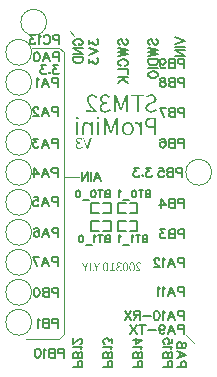
<source format=gbo>
G04 Layer: BottomSilkLayer*
G04 EasyEDA v6.3.22, 2020-03-24T16:05:03+09:00*
G04 334177c2c5fb4733a61f24cf9fce308a,67344a67363949849f01d11c0c7cf016,10*
G04 Gerber Generator version 0.2*
G04 Scale: 100 percent, Rotated: No, Reflected: No *
G04 Dimensions in inches *
G04 leading zeros omitted , absolute positions ,2 integer and 4 decimal *
%FSLAX24Y24*%
%MOIN*%
G90*
G70D02*

%ADD12C,0.006000*%
%ADD37C,0.005000*%
%ADD38C,0.004000*%

%LPD*%
G54D38*
G01X950Y11650D02*
G01X1850Y11650D01*
G01X2000Y11500D01*
G01X2000Y2100D01*
G01X1850Y1950D01*
G01X750Y1950D01*
G01X2000Y7350D02*
G01X2500Y7350D01*
G01X2350Y12050D02*
G01X2200Y12200D01*
G01X6089Y2069D02*
G01X6350Y1800D01*
G54D12*
G01X3176Y6130D02*
G01X2926Y6130D01*
G01X2926Y6469D01*
G01X3136Y6469D01*
G01X3176Y6469D01*
G01X3326Y6469D02*
G01X3567Y6469D01*
G01X3567Y6130D01*
G01X3357Y6130D01*
G01X3326Y6130D01*
G01X4061Y5530D02*
G01X3811Y5530D01*
G01X3811Y5869D01*
G01X4021Y5869D01*
G01X4061Y5869D01*
G01X4211Y5869D02*
G01X4451Y5869D01*
G01X4451Y5530D01*
G01X4241Y5530D01*
G01X4211Y5530D01*
G01X3176Y5530D02*
G01X2926Y5530D01*
G01X2926Y5869D01*
G01X3136Y5869D01*
G01X3176Y5869D01*
G01X3326Y5869D02*
G01X3567Y5869D01*
G01X3567Y5530D01*
G01X3357Y5530D01*
G01X3326Y5530D01*
G01X4061Y6130D02*
G01X3811Y6130D01*
G01X3811Y6469D01*
G01X4021Y6469D01*
G01X4061Y6469D01*
G01X4211Y6469D02*
G01X4451Y6469D01*
G01X4451Y6130D01*
G01X4241Y6130D01*
G01X4211Y6130D01*
G54D37*
G01X1850Y12074D02*
G01X1850Y11769D01*
G01X1850Y12074D02*
G01X1719Y12074D01*
G01X1675Y12059D01*
G01X1660Y12045D01*
G01X1646Y12016D01*
G01X1646Y11972D01*
G01X1660Y11943D01*
G01X1675Y11929D01*
G01X1719Y11914D01*
G01X1850Y11914D01*
G01X1332Y12001D02*
G01X1346Y12030D01*
G01X1375Y12059D01*
G01X1404Y12074D01*
G01X1463Y12074D01*
G01X1492Y12059D01*
G01X1521Y12030D01*
G01X1535Y12001D01*
G01X1550Y11958D01*
G01X1550Y11885D01*
G01X1535Y11841D01*
G01X1521Y11812D01*
G01X1492Y11783D01*
G01X1463Y11769D01*
G01X1404Y11769D01*
G01X1375Y11783D01*
G01X1346Y11812D01*
G01X1332Y11841D01*
G01X1236Y12016D02*
G01X1207Y12030D01*
G01X1163Y12074D01*
G01X1163Y11769D01*
G01X1038Y12074D02*
G01X878Y12074D01*
G01X965Y11958D01*
G01X922Y11958D01*
G01X892Y11943D01*
G01X878Y11929D01*
G01X863Y11885D01*
G01X863Y11856D01*
G01X878Y11812D01*
G01X907Y11783D01*
G01X951Y11769D01*
G01X994Y11769D01*
G01X1038Y11783D01*
G01X1052Y11798D01*
G01X1067Y11827D01*
G01X2398Y11731D02*
G01X2369Y11746D01*
G01X2340Y11775D01*
G01X2325Y11804D01*
G01X2325Y11862D01*
G01X2340Y11891D01*
G01X2369Y11920D01*
G01X2398Y11935D01*
G01X2441Y11950D01*
G01X2514Y11950D01*
G01X2558Y11935D01*
G01X2587Y11920D01*
G01X2616Y11891D01*
G01X2630Y11862D01*
G01X2630Y11804D01*
G01X2616Y11775D01*
G01X2587Y11746D01*
G01X2558Y11731D01*
G01X2514Y11731D01*
G01X2514Y11804D02*
G01X2514Y11731D01*
G01X2325Y11635D02*
G01X2630Y11635D01*
G01X2325Y11635D02*
G01X2630Y11432D01*
G01X2325Y11432D02*
G01X2630Y11432D01*
G01X2325Y11336D02*
G01X2630Y11336D01*
G01X2325Y11336D02*
G01X2325Y11234D01*
G01X2340Y11190D01*
G01X2369Y11161D01*
G01X2398Y11147D01*
G01X2441Y11132D01*
G01X2514Y11132D01*
G01X2558Y11147D01*
G01X2587Y11161D01*
G01X2616Y11190D01*
G01X2630Y11234D01*
G01X2630Y11336D01*
G01X2850Y11920D02*
G01X2850Y11760D01*
G01X2966Y11848D01*
G01X2966Y11804D01*
G01X2980Y11775D01*
G01X2995Y11760D01*
G01X3039Y11746D01*
G01X3068Y11746D01*
G01X3111Y11760D01*
G01X3140Y11790D01*
G01X3155Y11833D01*
G01X3155Y11877D01*
G01X3140Y11920D01*
G01X3126Y11935D01*
G01X3097Y11950D01*
G01X2850Y11650D02*
G01X3155Y11534D01*
G01X2850Y11417D02*
G01X3155Y11534D01*
G01X2850Y11292D02*
G01X2850Y11132D01*
G01X2966Y11219D01*
G01X2966Y11176D01*
G01X2980Y11147D01*
G01X2995Y11132D01*
G01X3039Y11117D01*
G01X3068Y11117D01*
G01X3111Y11132D01*
G01X3140Y11161D01*
G01X3155Y11205D01*
G01X3155Y11248D01*
G01X3140Y11292D01*
G01X3126Y11307D01*
G01X3097Y11321D01*
G01X3869Y11746D02*
G01X3839Y11775D01*
G01X3825Y11819D01*
G01X3825Y11877D01*
G01X3839Y11920D01*
G01X3869Y11950D01*
G01X3898Y11950D01*
G01X3927Y11935D01*
G01X3941Y11920D01*
G01X3956Y11891D01*
G01X3985Y11804D01*
G01X3999Y11775D01*
G01X4014Y11760D01*
G01X4043Y11746D01*
G01X4087Y11746D01*
G01X4116Y11775D01*
G01X4130Y11819D01*
G01X4130Y11877D01*
G01X4116Y11920D01*
G01X4087Y11950D01*
G01X3825Y11650D02*
G01X4130Y11577D01*
G01X3825Y11504D02*
G01X4130Y11577D01*
G01X3825Y11504D02*
G01X4130Y11432D01*
G01X3825Y11359D02*
G01X4130Y11432D01*
G01X3898Y11045D02*
G01X3869Y11059D01*
G01X3839Y11088D01*
G01X3825Y11117D01*
G01X3825Y11176D01*
G01X3839Y11205D01*
G01X3869Y11234D01*
G01X3898Y11248D01*
G01X3941Y11263D01*
G01X4014Y11263D01*
G01X4058Y11248D01*
G01X4087Y11234D01*
G01X4116Y11205D01*
G01X4130Y11176D01*
G01X4130Y11117D01*
G01X4116Y11088D01*
G01X4087Y11059D01*
G01X4058Y11045D01*
G01X3825Y10949D02*
G01X4130Y10949D01*
G01X4130Y10949D02*
G01X4130Y10774D01*
G01X3825Y10678D02*
G01X4130Y10678D01*
G01X3825Y10475D02*
G01X4029Y10678D01*
G01X3956Y10605D02*
G01X4130Y10475D01*
G01X4869Y11746D02*
G01X4839Y11775D01*
G01X4825Y11819D01*
G01X4825Y11877D01*
G01X4839Y11920D01*
G01X4869Y11950D01*
G01X4898Y11950D01*
G01X4927Y11935D01*
G01X4941Y11920D01*
G01X4956Y11891D01*
G01X4985Y11804D01*
G01X4999Y11775D01*
G01X5014Y11760D01*
G01X5043Y11746D01*
G01X5087Y11746D01*
G01X5116Y11775D01*
G01X5130Y11819D01*
G01X5130Y11877D01*
G01X5116Y11920D01*
G01X5087Y11950D01*
G01X4825Y11650D02*
G01X5130Y11577D01*
G01X4825Y11504D02*
G01X5130Y11577D01*
G01X4825Y11504D02*
G01X5130Y11432D01*
G01X4825Y11359D02*
G01X5130Y11432D01*
G01X4825Y11263D02*
G01X5130Y11263D01*
G01X4825Y11263D02*
G01X4825Y11161D01*
G01X4839Y11117D01*
G01X4869Y11088D01*
G01X4898Y11074D01*
G01X4941Y11059D01*
G01X5014Y11059D01*
G01X5058Y11074D01*
G01X5087Y11088D01*
G01X5116Y11117D01*
G01X5130Y11161D01*
G01X5130Y11263D01*
G01X4825Y10963D02*
G01X5130Y10963D01*
G01X4825Y10780D02*
G01X4839Y10809D01*
G01X4869Y10838D01*
G01X4898Y10853D01*
G01X4941Y10867D01*
G01X5014Y10867D01*
G01X5058Y10853D01*
G01X5087Y10838D01*
G01X5116Y10809D01*
G01X5130Y10780D01*
G01X5130Y10722D01*
G01X5116Y10693D01*
G01X5087Y10664D01*
G01X5058Y10649D01*
G01X5014Y10635D01*
G01X4941Y10635D01*
G01X4898Y10649D01*
G01X4869Y10664D01*
G01X4839Y10693D01*
G01X4825Y10722D01*
G01X4825Y10780D01*
G01X5725Y12000D02*
G01X6030Y11883D01*
G01X5725Y11767D02*
G01X6030Y11883D01*
G01X5725Y11671D02*
G01X6030Y11671D01*
G01X5725Y11575D02*
G01X6030Y11575D01*
G01X5725Y11575D02*
G01X6030Y11371D01*
G01X5725Y11371D02*
G01X6030Y11371D01*
G01X6000Y11274D02*
G01X6000Y10969D01*
G01X6000Y11274D02*
G01X5869Y11274D01*
G01X5825Y11259D01*
G01X5810Y11245D01*
G01X5796Y11216D01*
G01X5796Y11172D01*
G01X5810Y11143D01*
G01X5825Y11129D01*
G01X5869Y11114D01*
G01X6000Y11114D01*
G01X5700Y11274D02*
G01X5700Y10969D01*
G01X5700Y11274D02*
G01X5569Y11274D01*
G01X5525Y11259D01*
G01X5511Y11245D01*
G01X5496Y11216D01*
G01X5496Y11187D01*
G01X5511Y11158D01*
G01X5525Y11143D01*
G01X5569Y11129D01*
G01X5700Y11129D02*
G01X5569Y11129D01*
G01X5525Y11114D01*
G01X5511Y11100D01*
G01X5496Y11070D01*
G01X5496Y11027D01*
G01X5511Y10998D01*
G01X5525Y10983D01*
G01X5569Y10969D01*
G01X5700Y10969D01*
G01X5211Y11172D02*
G01X5226Y11129D01*
G01X5255Y11100D01*
G01X5298Y11085D01*
G01X5313Y11085D01*
G01X5357Y11100D01*
G01X5386Y11129D01*
G01X5400Y11172D01*
G01X5400Y11187D01*
G01X5386Y11230D01*
G01X5357Y11259D01*
G01X5313Y11274D01*
G01X5298Y11274D01*
G01X5255Y11259D01*
G01X5226Y11230D01*
G01X5211Y11172D01*
G01X5211Y11100D01*
G01X5226Y11027D01*
G01X5255Y10983D01*
G01X5298Y10969D01*
G01X5328Y10969D01*
G01X5371Y10983D01*
G01X5386Y11012D01*
G01X6002Y10649D02*
G01X6002Y10344D01*
G01X6002Y10649D02*
G01X5872Y10649D01*
G01X5828Y10635D01*
G01X5813Y10620D01*
G01X5799Y10591D01*
G01X5799Y10548D01*
G01X5813Y10519D01*
G01X5828Y10504D01*
G01X5872Y10489D01*
G01X6002Y10489D01*
G01X5703Y10649D02*
G01X5703Y10344D01*
G01X5703Y10649D02*
G01X5572Y10649D01*
G01X5528Y10635D01*
G01X5514Y10620D01*
G01X5499Y10591D01*
G01X5499Y10562D01*
G01X5514Y10533D01*
G01X5528Y10519D01*
G01X5572Y10504D01*
G01X5703Y10504D02*
G01X5572Y10504D01*
G01X5528Y10489D01*
G01X5514Y10475D01*
G01X5499Y10446D01*
G01X5499Y10402D01*
G01X5514Y10373D01*
G01X5528Y10359D01*
G01X5572Y10344D01*
G01X5703Y10344D01*
G01X5330Y10649D02*
G01X5374Y10635D01*
G01X5389Y10606D01*
G01X5389Y10577D01*
G01X5374Y10548D01*
G01X5345Y10533D01*
G01X5287Y10519D01*
G01X5243Y10504D01*
G01X5214Y10475D01*
G01X5200Y10446D01*
G01X5200Y10402D01*
G01X5214Y10373D01*
G01X5229Y10359D01*
G01X5272Y10344D01*
G01X5330Y10344D01*
G01X5374Y10359D01*
G01X5389Y10373D01*
G01X5403Y10402D01*
G01X5403Y10446D01*
G01X5389Y10475D01*
G01X5359Y10504D01*
G01X5316Y10519D01*
G01X5258Y10533D01*
G01X5229Y10548D01*
G01X5214Y10577D01*
G01X5214Y10606D01*
G01X5229Y10635D01*
G01X5272Y10649D01*
G01X5330Y10649D01*
G01X6002Y9649D02*
G01X6002Y9344D01*
G01X6002Y9649D02*
G01X5872Y9649D01*
G01X5828Y9635D01*
G01X5813Y9620D01*
G01X5799Y9591D01*
G01X5799Y9548D01*
G01X5813Y9519D01*
G01X5828Y9504D01*
G01X5872Y9489D01*
G01X6002Y9489D01*
G01X5703Y9649D02*
G01X5703Y9344D01*
G01X5703Y9649D02*
G01X5572Y9649D01*
G01X5528Y9635D01*
G01X5514Y9620D01*
G01X5499Y9591D01*
G01X5499Y9562D01*
G01X5514Y9533D01*
G01X5528Y9519D01*
G01X5572Y9504D01*
G01X5703Y9504D02*
G01X5572Y9504D01*
G01X5528Y9489D01*
G01X5514Y9475D01*
G01X5499Y9446D01*
G01X5499Y9402D01*
G01X5514Y9373D01*
G01X5528Y9359D01*
G01X5572Y9344D01*
G01X5703Y9344D01*
G01X5200Y9649D02*
G01X5345Y9344D01*
G01X5403Y9649D02*
G01X5200Y9649D01*
G01X6000Y8624D02*
G01X6000Y8319D01*
G01X6000Y8624D02*
G01X5869Y8624D01*
G01X5825Y8609D01*
G01X5810Y8595D01*
G01X5796Y8566D01*
G01X5796Y8522D01*
G01X5810Y8493D01*
G01X5825Y8479D01*
G01X5869Y8464D01*
G01X6000Y8464D01*
G01X5700Y8624D02*
G01X5700Y8319D01*
G01X5700Y8624D02*
G01X5569Y8624D01*
G01X5525Y8609D01*
G01X5511Y8595D01*
G01X5496Y8566D01*
G01X5496Y8537D01*
G01X5511Y8508D01*
G01X5525Y8493D01*
G01X5569Y8479D01*
G01X5700Y8479D02*
G01X5569Y8479D01*
G01X5525Y8464D01*
G01X5511Y8450D01*
G01X5496Y8420D01*
G01X5496Y8377D01*
G01X5511Y8348D01*
G01X5525Y8333D01*
G01X5569Y8319D01*
G01X5700Y8319D01*
G01X5226Y8580D02*
G01X5240Y8609D01*
G01X5284Y8624D01*
G01X5313Y8624D01*
G01X5357Y8609D01*
G01X5386Y8566D01*
G01X5400Y8493D01*
G01X5400Y8420D01*
G01X5386Y8362D01*
G01X5357Y8333D01*
G01X5313Y8319D01*
G01X5298Y8319D01*
G01X5255Y8333D01*
G01X5226Y8362D01*
G01X5211Y8406D01*
G01X5211Y8420D01*
G01X5226Y8464D01*
G01X5255Y8493D01*
G01X5298Y8508D01*
G01X5313Y8508D01*
G01X5357Y8493D01*
G01X5386Y8464D01*
G01X5400Y8420D01*
G01X5950Y7642D02*
G01X5950Y7337D01*
G01X5950Y7642D02*
G01X5819Y7642D01*
G01X5775Y7628D01*
G01X5760Y7613D01*
G01X5746Y7584D01*
G01X5746Y7541D01*
G01X5760Y7511D01*
G01X5775Y7497D01*
G01X5819Y7482D01*
G01X5950Y7482D01*
G01X5650Y7642D02*
G01X5650Y7337D01*
G01X5650Y7642D02*
G01X5519Y7642D01*
G01X5475Y7628D01*
G01X5461Y7613D01*
G01X5446Y7584D01*
G01X5446Y7555D01*
G01X5461Y7526D01*
G01X5475Y7511D01*
G01X5519Y7497D01*
G01X5650Y7497D02*
G01X5519Y7497D01*
G01X5475Y7482D01*
G01X5461Y7468D01*
G01X5446Y7439D01*
G01X5446Y7395D01*
G01X5461Y7366D01*
G01X5475Y7351D01*
G01X5519Y7337D01*
G01X5650Y7337D01*
G01X5176Y7642D02*
G01X5321Y7642D01*
G01X5336Y7511D01*
G01X5321Y7526D01*
G01X5278Y7541D01*
G01X5234Y7541D01*
G01X5190Y7526D01*
G01X5161Y7497D01*
G01X5147Y7453D01*
G01X5147Y7424D01*
G01X5161Y7381D01*
G01X5190Y7351D01*
G01X5234Y7337D01*
G01X5278Y7337D01*
G01X5321Y7351D01*
G01X5336Y7366D01*
G01X5350Y7395D01*
G01X6000Y6624D02*
G01X6000Y6319D01*
G01X6000Y6624D02*
G01X5869Y6624D01*
G01X5825Y6609D01*
G01X5810Y6595D01*
G01X5796Y6566D01*
G01X5796Y6522D01*
G01X5810Y6493D01*
G01X5825Y6479D01*
G01X5869Y6464D01*
G01X6000Y6464D01*
G01X5700Y6624D02*
G01X5700Y6319D01*
G01X5700Y6624D02*
G01X5569Y6624D01*
G01X5525Y6609D01*
G01X5511Y6595D01*
G01X5496Y6566D01*
G01X5496Y6537D01*
G01X5511Y6508D01*
G01X5525Y6493D01*
G01X5569Y6479D01*
G01X5700Y6479D02*
G01X5569Y6479D01*
G01X5525Y6464D01*
G01X5511Y6450D01*
G01X5496Y6420D01*
G01X5496Y6377D01*
G01X5511Y6348D01*
G01X5525Y6333D01*
G01X5569Y6319D01*
G01X5700Y6319D01*
G01X5255Y6624D02*
G01X5400Y6420D01*
G01X5182Y6420D01*
G01X5255Y6624D02*
G01X5255Y6319D01*
G01X6002Y5600D02*
G01X6002Y5294D01*
G01X6002Y5600D02*
G01X5872Y5600D01*
G01X5828Y5585D01*
G01X5813Y5570D01*
G01X5799Y5541D01*
G01X5799Y5498D01*
G01X5813Y5469D01*
G01X5828Y5454D01*
G01X5872Y5440D01*
G01X6002Y5440D01*
G01X5703Y5600D02*
G01X5703Y5294D01*
G01X5703Y5600D02*
G01X5572Y5600D01*
G01X5528Y5585D01*
G01X5514Y5570D01*
G01X5499Y5541D01*
G01X5499Y5512D01*
G01X5514Y5483D01*
G01X5528Y5469D01*
G01X5572Y5454D01*
G01X5703Y5454D02*
G01X5572Y5454D01*
G01X5528Y5440D01*
G01X5514Y5425D01*
G01X5499Y5396D01*
G01X5499Y5352D01*
G01X5514Y5323D01*
G01X5528Y5309D01*
G01X5572Y5294D01*
G01X5703Y5294D01*
G01X5374Y5600D02*
G01X5214Y5600D01*
G01X5301Y5483D01*
G01X5258Y5483D01*
G01X5229Y5469D01*
G01X5214Y5454D01*
G01X5200Y5410D01*
G01X5200Y5381D01*
G01X5214Y5338D01*
G01X5243Y5309D01*
G01X5287Y5294D01*
G01X5330Y5294D01*
G01X5374Y5309D01*
G01X5389Y5323D01*
G01X5403Y5352D01*
G01X6000Y4650D02*
G01X6000Y4344D01*
G01X6000Y4650D02*
G01X5869Y4650D01*
G01X5826Y4635D01*
G01X5811Y4620D01*
G01X5797Y4591D01*
G01X5797Y4548D01*
G01X5811Y4519D01*
G01X5826Y4504D01*
G01X5869Y4490D01*
G01X6000Y4490D01*
G01X5584Y4650D02*
G01X5701Y4344D01*
G01X5584Y4650D02*
G01X5468Y4344D01*
G01X5657Y4446D02*
G01X5511Y4446D01*
G01X5372Y4591D02*
G01X5343Y4606D01*
G01X5299Y4650D01*
G01X5299Y4344D01*
G01X5189Y4577D02*
G01X5189Y4591D01*
G01X5174Y4620D01*
G01X5159Y4635D01*
G01X5130Y4650D01*
G01X5072Y4650D01*
G01X5043Y4635D01*
G01X5029Y4620D01*
G01X5014Y4591D01*
G01X5014Y4562D01*
G01X5029Y4533D01*
G01X5058Y4490D01*
G01X5203Y4344D01*
G01X5000Y4344D01*
G01X6000Y3674D02*
G01X6000Y3369D01*
G01X6000Y3674D02*
G01X5869Y3674D01*
G01X5825Y3659D01*
G01X5810Y3645D01*
G01X5796Y3616D01*
G01X5796Y3572D01*
G01X5810Y3543D01*
G01X5825Y3529D01*
G01X5869Y3514D01*
G01X6000Y3514D01*
G01X5584Y3674D02*
G01X5700Y3369D01*
G01X5584Y3674D02*
G01X5467Y3369D01*
G01X5656Y3470D02*
G01X5511Y3470D01*
G01X5371Y3616D02*
G01X5342Y3630D01*
G01X5298Y3674D01*
G01X5298Y3369D01*
G01X5202Y3616D02*
G01X5173Y3630D01*
G01X5130Y3674D01*
G01X5130Y3369D01*
G01X6000Y2874D02*
G01X6000Y2569D01*
G01X6000Y2874D02*
G01X5869Y2874D01*
G01X5825Y2859D01*
G01X5810Y2845D01*
G01X5796Y2816D01*
G01X5796Y2772D01*
G01X5810Y2743D01*
G01X5825Y2729D01*
G01X5869Y2714D01*
G01X6000Y2714D01*
G01X5584Y2874D02*
G01X5700Y2569D01*
G01X5584Y2874D02*
G01X5467Y2569D01*
G01X5656Y2670D02*
G01X5511Y2670D01*
G01X5371Y2816D02*
G01X5342Y2830D01*
G01X5298Y2874D01*
G01X5298Y2569D01*
G01X5115Y2874D02*
G01X5159Y2859D01*
G01X5188Y2816D01*
G01X5202Y2743D01*
G01X5202Y2700D01*
G01X5188Y2627D01*
G01X5159Y2583D01*
G01X5115Y2569D01*
G01X5086Y2569D01*
G01X5042Y2583D01*
G01X5013Y2627D01*
G01X4999Y2700D01*
G01X4999Y2743D01*
G01X5013Y2816D01*
G01X5042Y2859D01*
G01X5086Y2874D01*
G01X5115Y2874D01*
G01X4903Y2700D02*
G01X4641Y2700D01*
G01X4545Y2874D02*
G01X4545Y2569D01*
G01X4545Y2874D02*
G01X4414Y2874D01*
G01X4370Y2859D01*
G01X4356Y2845D01*
G01X4341Y2816D01*
G01X4341Y2787D01*
G01X4356Y2758D01*
G01X4370Y2743D01*
G01X4414Y2729D01*
G01X4545Y2729D01*
G01X4443Y2729D02*
G01X4341Y2569D01*
G01X4245Y2874D02*
G01X4042Y2569D01*
G01X4042Y2874D02*
G01X4245Y2569D01*
G01X6000Y2424D02*
G01X6000Y2119D01*
G01X6000Y2424D02*
G01X5869Y2424D01*
G01X5825Y2409D01*
G01X5810Y2395D01*
G01X5796Y2366D01*
G01X5796Y2322D01*
G01X5810Y2293D01*
G01X5825Y2279D01*
G01X5869Y2264D01*
G01X6000Y2264D01*
G01X5584Y2424D02*
G01X5700Y2119D01*
G01X5584Y2424D02*
G01X5467Y2119D01*
G01X5656Y2220D02*
G01X5511Y2220D01*
G01X5182Y2322D02*
G01X5197Y2279D01*
G01X5226Y2250D01*
G01X5269Y2235D01*
G01X5284Y2235D01*
G01X5328Y2250D01*
G01X5357Y2279D01*
G01X5371Y2322D01*
G01X5371Y2337D01*
G01X5357Y2380D01*
G01X5328Y2409D01*
G01X5284Y2424D01*
G01X5269Y2424D01*
G01X5226Y2409D01*
G01X5197Y2380D01*
G01X5182Y2322D01*
G01X5182Y2250D01*
G01X5197Y2177D01*
G01X5226Y2133D01*
G01X5269Y2119D01*
G01X5298Y2119D01*
G01X5342Y2133D01*
G01X5357Y2162D01*
G01X5086Y2250D02*
G01X4824Y2250D01*
G01X4626Y2424D02*
G01X4626Y2119D01*
G01X4728Y2424D02*
G01X4525Y2424D01*
G01X4429Y2424D02*
G01X4225Y2119D01*
G01X4225Y2424D02*
G01X4429Y2119D01*
G01X6074Y1000D02*
G01X5769Y1000D01*
G01X6074Y1000D02*
G01X6074Y1130D01*
G01X6059Y1174D01*
G01X6045Y1189D01*
G01X6016Y1203D01*
G01X5972Y1203D01*
G01X5943Y1189D01*
G01X5929Y1174D01*
G01X5914Y1130D01*
G01X5914Y1000D01*
G01X6074Y1415D02*
G01X5769Y1299D01*
G01X6074Y1415D02*
G01X5769Y1532D01*
G01X5870Y1343D02*
G01X5870Y1488D01*
G01X6074Y1701D02*
G01X6059Y1657D01*
G01X6030Y1642D01*
G01X6001Y1642D01*
G01X5972Y1657D01*
G01X5958Y1686D01*
G01X5943Y1744D01*
G01X5929Y1788D01*
G01X5900Y1817D01*
G01X5870Y1832D01*
G01X5827Y1832D01*
G01X5798Y1817D01*
G01X5783Y1802D01*
G01X5769Y1759D01*
G01X5769Y1701D01*
G01X5783Y1657D01*
G01X5798Y1642D01*
G01X5827Y1628D01*
G01X5870Y1628D01*
G01X5900Y1642D01*
G01X5929Y1671D01*
G01X5943Y1715D01*
G01X5958Y1773D01*
G01X5972Y1802D01*
G01X6001Y1817D01*
G01X6030Y1817D01*
G01X6059Y1802D01*
G01X6074Y1759D01*
G01X6074Y1701D01*
G01X5624Y1000D02*
G01X5319Y1000D01*
G01X5624Y1000D02*
G01X5624Y1130D01*
G01X5609Y1174D01*
G01X5595Y1189D01*
G01X5566Y1203D01*
G01X5522Y1203D01*
G01X5493Y1189D01*
G01X5479Y1174D01*
G01X5464Y1130D01*
G01X5464Y1000D01*
G01X5624Y1299D02*
G01X5319Y1299D01*
G01X5624Y1299D02*
G01X5624Y1430D01*
G01X5609Y1474D01*
G01X5595Y1488D01*
G01X5566Y1503D01*
G01X5537Y1503D01*
G01X5508Y1488D01*
G01X5493Y1474D01*
G01X5479Y1430D01*
G01X5479Y1299D02*
G01X5479Y1430D01*
G01X5464Y1474D01*
G01X5450Y1488D01*
G01X5420Y1503D01*
G01X5377Y1503D01*
G01X5348Y1488D01*
G01X5333Y1474D01*
G01X5319Y1430D01*
G01X5319Y1299D01*
G01X5566Y1599D02*
G01X5580Y1628D01*
G01X5624Y1671D01*
G01X5319Y1671D01*
G01X5624Y1942D02*
G01X5624Y1797D01*
G01X5493Y1782D01*
G01X5508Y1797D01*
G01X5522Y1840D01*
G01X5522Y1884D01*
G01X5508Y1928D01*
G01X5479Y1957D01*
G01X5435Y1971D01*
G01X5406Y1971D01*
G01X5362Y1957D01*
G01X5333Y1928D01*
G01X5319Y1884D01*
G01X5319Y1840D01*
G01X5333Y1797D01*
G01X5348Y1782D01*
G01X5377Y1767D01*
G01X4624Y1000D02*
G01X4319Y1000D01*
G01X4624Y1000D02*
G01X4624Y1130D01*
G01X4609Y1174D01*
G01X4595Y1189D01*
G01X4566Y1203D01*
G01X4522Y1203D01*
G01X4493Y1189D01*
G01X4479Y1174D01*
G01X4464Y1130D01*
G01X4464Y1000D01*
G01X4624Y1299D02*
G01X4319Y1299D01*
G01X4624Y1299D02*
G01X4624Y1430D01*
G01X4609Y1474D01*
G01X4595Y1488D01*
G01X4566Y1503D01*
G01X4537Y1503D01*
G01X4508Y1488D01*
G01X4493Y1474D01*
G01X4479Y1430D01*
G01X4479Y1299D02*
G01X4479Y1430D01*
G01X4464Y1474D01*
G01X4450Y1488D01*
G01X4420Y1503D01*
G01X4377Y1503D01*
G01X4348Y1488D01*
G01X4333Y1474D01*
G01X4319Y1430D01*
G01X4319Y1299D01*
G01X4566Y1599D02*
G01X4580Y1628D01*
G01X4624Y1671D01*
G01X4319Y1671D01*
G01X4624Y1913D02*
G01X4420Y1767D01*
G01X4420Y1986D01*
G01X4624Y1913D02*
G01X4319Y1913D01*
G01X3624Y1000D02*
G01X3319Y1000D01*
G01X3624Y1000D02*
G01X3624Y1130D01*
G01X3609Y1174D01*
G01X3595Y1189D01*
G01X3566Y1203D01*
G01X3522Y1203D01*
G01X3493Y1189D01*
G01X3479Y1174D01*
G01X3464Y1130D01*
G01X3464Y1000D01*
G01X3624Y1299D02*
G01X3319Y1299D01*
G01X3624Y1299D02*
G01X3624Y1430D01*
G01X3609Y1474D01*
G01X3595Y1488D01*
G01X3566Y1503D01*
G01X3537Y1503D01*
G01X3508Y1488D01*
G01X3493Y1474D01*
G01X3479Y1430D01*
G01X3479Y1299D02*
G01X3479Y1430D01*
G01X3464Y1474D01*
G01X3450Y1488D01*
G01X3420Y1503D01*
G01X3377Y1503D01*
G01X3348Y1488D01*
G01X3333Y1474D01*
G01X3319Y1430D01*
G01X3319Y1299D01*
G01X3566Y1599D02*
G01X3580Y1628D01*
G01X3624Y1671D01*
G01X3319Y1671D01*
G01X3624Y1797D02*
G01X3624Y1957D01*
G01X3508Y1869D01*
G01X3508Y1913D01*
G01X3493Y1942D01*
G01X3479Y1957D01*
G01X3435Y1971D01*
G01X3406Y1971D01*
G01X3362Y1957D01*
G01X3333Y1928D01*
G01X3319Y1884D01*
G01X3319Y1840D01*
G01X3333Y1797D01*
G01X3348Y1782D01*
G01X3377Y1767D01*
G01X2624Y1000D02*
G01X2319Y1000D01*
G01X2624Y1000D02*
G01X2624Y1130D01*
G01X2609Y1174D01*
G01X2595Y1189D01*
G01X2566Y1203D01*
G01X2522Y1203D01*
G01X2493Y1189D01*
G01X2479Y1174D01*
G01X2464Y1130D01*
G01X2464Y1000D01*
G01X2624Y1299D02*
G01X2319Y1299D01*
G01X2624Y1299D02*
G01X2624Y1430D01*
G01X2609Y1474D01*
G01X2595Y1488D01*
G01X2566Y1503D01*
G01X2537Y1503D01*
G01X2508Y1488D01*
G01X2493Y1474D01*
G01X2479Y1430D01*
G01X2479Y1299D02*
G01X2479Y1430D01*
G01X2464Y1474D01*
G01X2450Y1488D01*
G01X2420Y1503D01*
G01X2377Y1503D01*
G01X2348Y1488D01*
G01X2333Y1474D01*
G01X2319Y1430D01*
G01X2319Y1299D01*
G01X2566Y1599D02*
G01X2580Y1628D01*
G01X2624Y1671D01*
G01X2319Y1671D01*
G01X2551Y1782D02*
G01X2566Y1782D01*
G01X2595Y1797D01*
G01X2609Y1811D01*
G01X2624Y1840D01*
G01X2624Y1898D01*
G01X2609Y1928D01*
G01X2595Y1942D01*
G01X2566Y1957D01*
G01X2537Y1957D01*
G01X2508Y1942D01*
G01X2464Y1913D01*
G01X2319Y1767D01*
G01X2319Y1971D01*
G01X2000Y1624D02*
G01X2000Y1319D01*
G01X2000Y1624D02*
G01X1869Y1624D01*
G01X1825Y1609D01*
G01X1810Y1595D01*
G01X1796Y1566D01*
G01X1796Y1522D01*
G01X1810Y1493D01*
G01X1825Y1479D01*
G01X1869Y1464D01*
G01X2000Y1464D01*
G01X1700Y1624D02*
G01X1700Y1319D01*
G01X1700Y1624D02*
G01X1569Y1624D01*
G01X1525Y1609D01*
G01X1511Y1595D01*
G01X1496Y1566D01*
G01X1496Y1537D01*
G01X1511Y1508D01*
G01X1525Y1493D01*
G01X1569Y1479D01*
G01X1700Y1479D02*
G01X1569Y1479D01*
G01X1525Y1464D01*
G01X1511Y1450D01*
G01X1496Y1420D01*
G01X1496Y1377D01*
G01X1511Y1348D01*
G01X1525Y1333D01*
G01X1569Y1319D01*
G01X1700Y1319D01*
G01X1400Y1566D02*
G01X1371Y1580D01*
G01X1328Y1624D01*
G01X1328Y1319D01*
G01X1144Y1624D02*
G01X1188Y1609D01*
G01X1217Y1566D01*
G01X1232Y1493D01*
G01X1232Y1450D01*
G01X1217Y1377D01*
G01X1188Y1333D01*
G01X1144Y1319D01*
G01X1115Y1319D01*
G01X1072Y1333D01*
G01X1042Y1377D01*
G01X1028Y1450D01*
G01X1028Y1493D01*
G01X1042Y1566D01*
G01X1072Y1609D01*
G01X1115Y1624D01*
G01X1144Y1624D01*
G01X1800Y2624D02*
G01X1800Y2319D01*
G01X1800Y2624D02*
G01X1669Y2624D01*
G01X1625Y2609D01*
G01X1610Y2595D01*
G01X1596Y2566D01*
G01X1596Y2522D01*
G01X1610Y2493D01*
G01X1625Y2479D01*
G01X1669Y2464D01*
G01X1800Y2464D01*
G01X1500Y2624D02*
G01X1500Y2319D01*
G01X1500Y2624D02*
G01X1369Y2624D01*
G01X1325Y2609D01*
G01X1311Y2595D01*
G01X1296Y2566D01*
G01X1296Y2537D01*
G01X1311Y2508D01*
G01X1325Y2493D01*
G01X1369Y2479D01*
G01X1500Y2479D02*
G01X1369Y2479D01*
G01X1325Y2464D01*
G01X1311Y2450D01*
G01X1296Y2420D01*
G01X1296Y2377D01*
G01X1311Y2348D01*
G01X1325Y2333D01*
G01X1369Y2319D01*
G01X1500Y2319D01*
G01X1200Y2566D02*
G01X1171Y2580D01*
G01X1128Y2624D01*
G01X1128Y2319D01*
G01X1802Y3650D02*
G01X1802Y3344D01*
G01X1802Y3650D02*
G01X1672Y3650D01*
G01X1628Y3635D01*
G01X1613Y3620D01*
G01X1599Y3591D01*
G01X1599Y3548D01*
G01X1613Y3519D01*
G01X1628Y3504D01*
G01X1672Y3490D01*
G01X1802Y3490D01*
G01X1503Y3650D02*
G01X1503Y3344D01*
G01X1503Y3650D02*
G01X1372Y3650D01*
G01X1328Y3635D01*
G01X1314Y3620D01*
G01X1299Y3591D01*
G01X1299Y3562D01*
G01X1314Y3533D01*
G01X1328Y3519D01*
G01X1372Y3504D01*
G01X1503Y3504D02*
G01X1372Y3504D01*
G01X1328Y3490D01*
G01X1314Y3475D01*
G01X1299Y3446D01*
G01X1299Y3402D01*
G01X1314Y3373D01*
G01X1328Y3359D01*
G01X1372Y3344D01*
G01X1503Y3344D01*
G01X1116Y3650D02*
G01X1160Y3635D01*
G01X1189Y3591D01*
G01X1203Y3519D01*
G01X1203Y3475D01*
G01X1189Y3402D01*
G01X1160Y3359D01*
G01X1116Y3344D01*
G01X1087Y3344D01*
G01X1043Y3359D01*
G01X1014Y3402D01*
G01X1000Y3475D01*
G01X1000Y3519D01*
G01X1014Y3591D01*
G01X1043Y3635D01*
G01X1087Y3650D01*
G01X1116Y3650D01*
G01X1800Y4674D02*
G01X1800Y4369D01*
G01X1800Y4674D02*
G01X1669Y4674D01*
G01X1625Y4659D01*
G01X1610Y4645D01*
G01X1596Y4616D01*
G01X1596Y4572D01*
G01X1610Y4543D01*
G01X1625Y4529D01*
G01X1669Y4514D01*
G01X1800Y4514D01*
G01X1384Y4674D02*
G01X1500Y4369D01*
G01X1384Y4674D02*
G01X1267Y4369D01*
G01X1456Y4470D02*
G01X1311Y4470D01*
G01X968Y4674D02*
G01X1113Y4369D01*
G01X1171Y4674D02*
G01X968Y4674D01*
G01X1817Y5650D02*
G01X1817Y5344D01*
G01X1817Y5650D02*
G01X1686Y5650D01*
G01X1642Y5635D01*
G01X1628Y5620D01*
G01X1613Y5591D01*
G01X1613Y5548D01*
G01X1628Y5519D01*
G01X1642Y5504D01*
G01X1686Y5490D01*
G01X1817Y5490D01*
G01X1401Y5650D02*
G01X1517Y5344D01*
G01X1401Y5650D02*
G01X1285Y5344D01*
G01X1474Y5446D02*
G01X1328Y5446D01*
G01X1014Y5606D02*
G01X1029Y5635D01*
G01X1072Y5650D01*
G01X1101Y5650D01*
G01X1145Y5635D01*
G01X1174Y5591D01*
G01X1189Y5519D01*
G01X1189Y5446D01*
G01X1174Y5388D01*
G01X1145Y5359D01*
G01X1101Y5344D01*
G01X1087Y5344D01*
G01X1043Y5359D01*
G01X1014Y5388D01*
G01X999Y5431D01*
G01X999Y5446D01*
G01X1014Y5490D01*
G01X1043Y5519D01*
G01X1087Y5533D01*
G01X1101Y5533D01*
G01X1145Y5519D01*
G01X1174Y5490D01*
G01X1189Y5446D01*
G01X1800Y6674D02*
G01X1800Y6369D01*
G01X1800Y6674D02*
G01X1669Y6674D01*
G01X1625Y6659D01*
G01X1610Y6645D01*
G01X1596Y6616D01*
G01X1596Y6572D01*
G01X1610Y6543D01*
G01X1625Y6529D01*
G01X1669Y6514D01*
G01X1800Y6514D01*
G01X1384Y6674D02*
G01X1500Y6369D01*
G01X1384Y6674D02*
G01X1267Y6369D01*
G01X1456Y6470D02*
G01X1311Y6470D01*
G01X997Y6674D02*
G01X1142Y6674D01*
G01X1157Y6543D01*
G01X1142Y6558D01*
G01X1098Y6572D01*
G01X1055Y6572D01*
G01X1011Y6558D01*
G01X982Y6529D01*
G01X968Y6485D01*
G01X968Y6456D01*
G01X982Y6412D01*
G01X1011Y6383D01*
G01X1055Y6369D01*
G01X1098Y6369D01*
G01X1142Y6383D01*
G01X1157Y6398D01*
G01X1171Y6427D01*
G01X1796Y7650D02*
G01X1796Y7344D01*
G01X1796Y7650D02*
G01X1665Y7650D01*
G01X1622Y7635D01*
G01X1607Y7620D01*
G01X1592Y7591D01*
G01X1592Y7548D01*
G01X1607Y7519D01*
G01X1622Y7504D01*
G01X1665Y7490D01*
G01X1796Y7490D01*
G01X1380Y7650D02*
G01X1496Y7344D01*
G01X1380Y7650D02*
G01X1264Y7344D01*
G01X1453Y7446D02*
G01X1307Y7446D01*
G01X1022Y7650D02*
G01X1168Y7446D01*
G01X950Y7446D01*
G01X1022Y7650D02*
G01X1022Y7344D01*
G01X1800Y8624D02*
G01X1800Y8319D01*
G01X1800Y8624D02*
G01X1669Y8624D01*
G01X1625Y8609D01*
G01X1610Y8595D01*
G01X1596Y8566D01*
G01X1596Y8522D01*
G01X1610Y8493D01*
G01X1625Y8479D01*
G01X1669Y8464D01*
G01X1800Y8464D01*
G01X1384Y8624D02*
G01X1500Y8319D01*
G01X1384Y8624D02*
G01X1267Y8319D01*
G01X1456Y8420D02*
G01X1311Y8420D01*
G01X1142Y8624D02*
G01X982Y8624D01*
G01X1069Y8508D01*
G01X1026Y8508D01*
G01X997Y8493D01*
G01X982Y8479D01*
G01X968Y8435D01*
G01X968Y8406D01*
G01X982Y8362D01*
G01X1011Y8333D01*
G01X1055Y8319D01*
G01X1098Y8319D01*
G01X1142Y8333D01*
G01X1157Y8348D01*
G01X1171Y8377D01*
G01X1800Y9674D02*
G01X1800Y9369D01*
G01X1800Y9674D02*
G01X1669Y9674D01*
G01X1625Y9659D01*
G01X1610Y9645D01*
G01X1596Y9616D01*
G01X1596Y9572D01*
G01X1610Y9543D01*
G01X1625Y9529D01*
G01X1669Y9514D01*
G01X1800Y9514D01*
G01X1384Y9674D02*
G01X1500Y9369D01*
G01X1384Y9674D02*
G01X1267Y9369D01*
G01X1456Y9470D02*
G01X1311Y9470D01*
G01X1157Y9601D02*
G01X1157Y9616D01*
G01X1142Y9645D01*
G01X1128Y9659D01*
G01X1098Y9674D01*
G01X1040Y9674D01*
G01X1011Y9659D01*
G01X997Y9645D01*
G01X982Y9616D01*
G01X982Y9587D01*
G01X997Y9558D01*
G01X1026Y9514D01*
G01X1171Y9369D01*
G01X968Y9369D01*
G01X1801Y10649D02*
G01X1801Y10344D01*
G01X1801Y10649D02*
G01X1670Y10649D01*
G01X1626Y10635D01*
G01X1612Y10620D01*
G01X1597Y10591D01*
G01X1597Y10548D01*
G01X1612Y10519D01*
G01X1626Y10504D01*
G01X1670Y10489D01*
G01X1801Y10489D01*
G01X1385Y10649D02*
G01X1501Y10344D01*
G01X1385Y10649D02*
G01X1268Y10344D01*
G01X1457Y10446D02*
G01X1312Y10446D01*
G01X1172Y10591D02*
G01X1143Y10606D01*
G01X1100Y10649D01*
G01X1100Y10344D01*
G01X1832Y11499D02*
G01X1832Y11194D01*
G01X1832Y11499D02*
G01X1701Y11499D01*
G01X1657Y11485D01*
G01X1642Y11470D01*
G01X1628Y11441D01*
G01X1628Y11398D01*
G01X1642Y11369D01*
G01X1657Y11354D01*
G01X1701Y11339D01*
G01X1832Y11339D01*
G01X1416Y11499D02*
G01X1532Y11194D01*
G01X1416Y11499D02*
G01X1299Y11194D01*
G01X1488Y11296D02*
G01X1343Y11296D01*
G01X1116Y11499D02*
G01X1160Y11485D01*
G01X1189Y11441D01*
G01X1203Y11369D01*
G01X1203Y11325D01*
G01X1189Y11252D01*
G01X1160Y11209D01*
G01X1116Y11194D01*
G01X1087Y11194D01*
G01X1043Y11209D01*
G01X1014Y11252D01*
G01X1000Y11325D01*
G01X1000Y11369D01*
G01X1014Y11441D01*
G01X1043Y11485D01*
G01X1087Y11499D01*
G01X1116Y11499D01*
G01X3113Y7524D02*
G01X3230Y7219D01*
G01X3113Y7524D02*
G01X2997Y7219D01*
G01X3186Y7320D02*
G01X3040Y7320D01*
G01X2901Y7524D02*
G01X2901Y7219D01*
G01X2805Y7524D02*
G01X2805Y7219D01*
G01X2805Y7524D02*
G01X2601Y7219D01*
G01X2601Y7524D02*
G01X2601Y7219D01*

%LPD*%
G36*
G01X2651Y4492D02*
G01X2618Y4492D01*
G01X2705Y4315D01*
G01X2705Y4200D01*
G01X2738Y4200D01*
G01X2738Y4315D01*
G01X2826Y4492D01*
G01X2791Y4492D01*
G01X2751Y4407D01*
G01X2744Y4391D01*
G01X2737Y4376D01*
G01X2730Y4360D01*
G01X2722Y4344D01*
G01X2721Y4344D01*
G01X2705Y4376D01*
G01X2698Y4391D01*
G01X2691Y4407D01*
G01X2651Y4492D01*
G37*

%LPD*%
G36*
G01X3028Y4492D02*
G01X2994Y4492D01*
G01X3082Y4315D01*
G01X3082Y4200D01*
G01X3115Y4200D01*
G01X3115Y4315D01*
G01X3203Y4492D01*
G01X3168Y4492D01*
G01X3128Y4407D01*
G01X3121Y4391D01*
G01X3114Y4376D01*
G01X3107Y4360D01*
G01X3099Y4344D01*
G01X3098Y4344D01*
G01X3082Y4376D01*
G01X3075Y4391D01*
G01X3068Y4407D01*
G01X3028Y4492D01*
G37*

%LPD*%
G36*
G01X3623Y4492D02*
G01X3598Y4492D01*
G01X3598Y4226D01*
G01X3538Y4226D01*
G01X3538Y4200D01*
G01X3696Y4200D01*
G01X3696Y4226D01*
G01X3630Y4226D01*
G01X3630Y4451D01*
G01X3682Y4451D01*
G01X3682Y4473D01*
G01X3664Y4476D01*
G01X3648Y4481D01*
G01X3634Y4486D01*
G01X3623Y4492D01*
G37*

%LPD*%
G36*
G01X4534Y4494D02*
G01X4509Y4498D01*
G01X4490Y4496D01*
G01X4474Y4491D01*
G01X4459Y4484D01*
G01X4447Y4474D01*
G01X4437Y4461D01*
G01X4430Y4447D01*
G01X4426Y4430D01*
G01X4425Y4411D01*
G01X4427Y4389D01*
G01X4433Y4367D01*
G01X4443Y4344D01*
G01X4457Y4321D01*
G01X4474Y4298D01*
G01X4494Y4275D01*
G01X4517Y4250D01*
G01X4543Y4226D01*
G01X4530Y4226D01*
G01X4518Y4227D01*
G01X4506Y4227D01*
G01X4495Y4228D01*
G01X4411Y4228D01*
G01X4411Y4200D01*
G01X4592Y4200D01*
G01X4592Y4219D01*
G01X4559Y4249D01*
G01X4531Y4276D01*
G01X4507Y4302D01*
G01X4489Y4326D01*
G01X4475Y4349D01*
G01X4464Y4371D01*
G01X4459Y4391D01*
G01X4457Y4411D01*
G01X4460Y4435D01*
G01X4470Y4454D01*
G01X4487Y4467D01*
G01X4511Y4471D01*
G01X4530Y4469D01*
G01X4546Y4461D01*
G01X4561Y4450D01*
G01X4575Y4436D01*
G01X4594Y4455D01*
G01X4575Y4472D01*
G01X4555Y4486D01*
G01X4534Y4494D01*
G37*

%LPD*%
G36*
G01X2899Y4492D02*
G01X2866Y4492D01*
G01X2866Y4284D01*
G01X2867Y4266D01*
G01X2870Y4249D01*
G01X2876Y4234D01*
G01X2884Y4221D01*
G01X2895Y4210D01*
G01X2908Y4201D01*
G01X2925Y4196D01*
G01X2945Y4194D01*
G01X2970Y4197D01*
G01X2991Y4206D01*
G01X3009Y4220D01*
G01X3024Y4240D01*
G01X3000Y4257D01*
G01X2988Y4241D01*
G01X2976Y4231D01*
G01X2963Y4225D01*
G01X2948Y4223D01*
G01X2926Y4227D01*
G01X2911Y4238D01*
G01X2901Y4258D01*
G01X2899Y4288D01*
G01X2899Y4492D01*
G37*

%LPD*%
G36*
G01X3421Y4495D02*
G01X3401Y4498D01*
G01X3382Y4495D01*
G01X3364Y4488D01*
G01X3349Y4477D01*
G01X3336Y4460D01*
G01X3326Y4439D01*
G01X3319Y4413D01*
G01X3314Y4383D01*
G01X3313Y4348D01*
G01X3314Y4311D01*
G01X3319Y4280D01*
G01X3326Y4254D01*
G01X3336Y4232D01*
G01X3349Y4216D01*
G01X3364Y4204D01*
G01X3382Y4197D01*
G01X3401Y4194D01*
G01X3421Y4197D01*
G01X3439Y4204D01*
G01X3454Y4216D01*
G01X3467Y4232D01*
G01X3478Y4254D01*
G01X3485Y4280D01*
G01X3490Y4311D01*
G01X3492Y4348D01*
G01X3490Y4383D01*
G01X3485Y4413D01*
G01X3478Y4439D01*
G01X3467Y4460D01*
G01X3454Y4477D01*
G01X3439Y4488D01*
G01X3421Y4495D01*
G37*

%LPC*%
G36*
G01X3414Y4470D02*
G01X3401Y4471D01*
G01X3389Y4470D01*
G01X3378Y4464D01*
G01X3368Y4455D01*
G01X3360Y4441D01*
G01X3353Y4424D01*
G01X3348Y4403D01*
G01X3345Y4377D01*
G01X3344Y4348D01*
G01X3345Y4317D01*
G01X3348Y4290D01*
G01X3353Y4269D01*
G01X3360Y4251D01*
G01X3368Y4238D01*
G01X3378Y4228D01*
G01X3389Y4222D01*
G01X3401Y4221D01*
G01X3414Y4222D01*
G01X3425Y4228D01*
G01X3435Y4238D01*
G01X3444Y4251D01*
G01X3450Y4269D01*
G01X3455Y4290D01*
G01X3459Y4317D01*
G01X3459Y4377D01*
G01X3455Y4403D01*
G01X3450Y4424D01*
G01X3444Y4441D01*
G01X3435Y4455D01*
G01X3425Y4464D01*
G01X3414Y4470D01*
G37*

%LPD*%
G36*
G01X3871Y4495D02*
G01X3848Y4498D01*
G01X3814Y4493D01*
G01X3788Y4479D01*
G01X3770Y4456D01*
G01X3763Y4426D01*
G01X3768Y4400D01*
G01X3778Y4380D01*
G01X3795Y4365D01*
G01X3817Y4353D01*
G01X3792Y4343D01*
G01X3772Y4327D01*
G01X3759Y4305D01*
G01X3753Y4278D01*
G01X3755Y4259D01*
G01X3761Y4242D01*
G01X3769Y4228D01*
G01X3780Y4217D01*
G01X3794Y4207D01*
G01X3810Y4200D01*
G01X3827Y4196D01*
G01X3846Y4194D01*
G01X3877Y4198D01*
G01X3902Y4207D01*
G01X3923Y4219D01*
G01X3938Y4234D01*
G01X3922Y4255D01*
G01X3908Y4242D01*
G01X3891Y4232D01*
G01X3872Y4224D01*
G01X3848Y4221D01*
G01X3823Y4226D01*
G01X3804Y4237D01*
G01X3791Y4255D01*
G01X3786Y4278D01*
G01X3792Y4303D01*
G01X3807Y4323D01*
G01X3836Y4335D01*
G01X3880Y4340D01*
G01X3880Y4365D01*
G01X3841Y4369D01*
G01X3816Y4381D01*
G01X3802Y4400D01*
G01X3798Y4423D01*
G01X3801Y4442D01*
G01X3811Y4457D01*
G01X3827Y4467D01*
G01X3849Y4471D01*
G01X3866Y4469D01*
G01X3882Y4463D01*
G01X3897Y4453D01*
G01X3909Y4442D01*
G01X3928Y4463D01*
G01X3911Y4477D01*
G01X3892Y4488D01*
G01X3871Y4495D01*
G37*

%LPD*%
G36*
G01X4080Y4495D02*
G01X4061Y4498D01*
G01X4041Y4495D01*
G01X4023Y4488D01*
G01X4008Y4477D01*
G01X3995Y4460D01*
G01X3985Y4439D01*
G01X3978Y4413D01*
G01X3973Y4383D01*
G01X3972Y4348D01*
G01X3973Y4311D01*
G01X3978Y4280D01*
G01X3985Y4254D01*
G01X3995Y4232D01*
G01X4008Y4216D01*
G01X4023Y4204D01*
G01X4041Y4197D01*
G01X4061Y4194D01*
G01X4080Y4197D01*
G01X4098Y4204D01*
G01X4113Y4216D01*
G01X4126Y4232D01*
G01X4136Y4254D01*
G01X4144Y4280D01*
G01X4149Y4311D01*
G01X4151Y4348D01*
G01X4149Y4383D01*
G01X4144Y4413D01*
G01X4136Y4439D01*
G01X4126Y4460D01*
G01X4113Y4477D01*
G01X4098Y4488D01*
G01X4080Y4495D01*
G37*

%LPC*%
G36*
G01X4073Y4470D02*
G01X4061Y4471D01*
G01X4048Y4470D01*
G01X4037Y4464D01*
G01X4027Y4455D01*
G01X4018Y4441D01*
G01X4012Y4424D01*
G01X4007Y4403D01*
G01X4003Y4377D01*
G01X4003Y4317D01*
G01X4007Y4290D01*
G01X4012Y4269D01*
G01X4018Y4251D01*
G01X4027Y4238D01*
G01X4037Y4228D01*
G01X4048Y4222D01*
G01X4061Y4221D01*
G01X4073Y4222D01*
G01X4084Y4228D01*
G01X4094Y4238D01*
G01X4103Y4251D01*
G01X4109Y4269D01*
G01X4114Y4290D01*
G01X4118Y4317D01*
G01X4119Y4348D01*
G01X4118Y4377D01*
G01X4114Y4403D01*
G01X4109Y4424D01*
G01X4103Y4441D01*
G01X4094Y4455D01*
G01X4084Y4464D01*
G01X4073Y4470D01*
G37*

%LPD*%
G36*
G01X4300Y4495D02*
G01X4280Y4498D01*
G01X4260Y4495D01*
G01X4243Y4488D01*
G01X4228Y4477D01*
G01X4215Y4460D01*
G01X4205Y4439D01*
G01X4197Y4413D01*
G01X4192Y4383D01*
G01X4191Y4348D01*
G01X4192Y4311D01*
G01X4197Y4280D01*
G01X4205Y4254D01*
G01X4215Y4232D01*
G01X4228Y4216D01*
G01X4243Y4204D01*
G01X4260Y4197D01*
G01X4280Y4194D01*
G01X4300Y4197D01*
G01X4317Y4204D01*
G01X4332Y4216D01*
G01X4346Y4232D01*
G01X4356Y4254D01*
G01X4363Y4280D01*
G01X4368Y4311D01*
G01X4370Y4348D01*
G01X4368Y4383D01*
G01X4363Y4413D01*
G01X4356Y4439D01*
G01X4346Y4460D01*
G01X4332Y4477D01*
G01X4317Y4488D01*
G01X4300Y4495D01*
G37*

%LPC*%
G36*
G01X4292Y4470D02*
G01X4280Y4471D01*
G01X4267Y4470D01*
G01X4256Y4464D01*
G01X4247Y4455D01*
G01X4238Y4441D01*
G01X4232Y4424D01*
G01X4227Y4403D01*
G01X4224Y4377D01*
G01X4223Y4348D01*
G01X4224Y4317D01*
G01X4227Y4290D01*
G01X4232Y4269D01*
G01X4238Y4251D01*
G01X4247Y4238D01*
G01X4256Y4228D01*
G01X4267Y4222D01*
G01X4280Y4221D01*
G01X4292Y4222D01*
G01X4303Y4228D01*
G01X4313Y4238D01*
G01X4322Y4251D01*
G01X4329Y4269D01*
G01X4334Y4290D01*
G01X4338Y4317D01*
G01X4338Y4377D01*
G01X4334Y4403D01*
G01X4329Y4424D01*
G01X4322Y4441D01*
G01X4313Y4455D01*
G01X4303Y4464D01*
G01X4292Y4470D01*
G37*

%LPD*%

%LPD*%
G36*
G01X2972Y10097D02*
G01X2946Y10098D01*
G01X2920Y10097D01*
G01X2897Y10093D01*
G01X2875Y10086D01*
G01X2856Y10077D01*
G01X2838Y10066D01*
G01X2823Y10052D01*
G01X2809Y10036D01*
G01X2798Y10018D01*
G01X2789Y9998D01*
G01X2783Y9976D01*
G01X2779Y9953D01*
G01X2778Y9928D01*
G01X2778Y9910D01*
G01X2780Y9892D01*
G01X2788Y9856D01*
G01X2794Y9838D01*
G01X2801Y9820D01*
G01X2810Y9801D01*
G01X2819Y9783D01*
G01X2830Y9765D01*
G01X2842Y9746D01*
G01X2855Y9728D01*
G01X2869Y9709D01*
G01X2884Y9690D01*
G01X2916Y9652D01*
G01X2934Y9633D01*
G01X2953Y9613D01*
G01X2972Y9594D01*
G01X2993Y9574D01*
G01X3013Y9553D01*
G01X2990Y9555D01*
G01X2965Y9557D01*
G01X2941Y9558D01*
G01X2918Y9559D01*
G01X2750Y9559D01*
G01X2750Y9503D01*
G01X3111Y9503D01*
G01X3111Y9542D01*
G01X3084Y9566D01*
G01X3034Y9612D01*
G01X3012Y9634D01*
G01X2991Y9656D01*
G01X2971Y9677D01*
G01X2953Y9698D01*
G01X2936Y9718D01*
G01X2920Y9737D01*
G01X2906Y9756D01*
G01X2894Y9775D01*
G01X2883Y9793D01*
G01X2873Y9811D01*
G01X2857Y9845D01*
G01X2852Y9861D01*
G01X2847Y9878D01*
G01X2844Y9894D01*
G01X2842Y9909D01*
G01X2842Y9925D01*
G01X2843Y9950D01*
G01X2848Y9973D01*
G01X2857Y9993D01*
G01X2869Y10011D01*
G01X2884Y10025D01*
G01X2903Y10036D01*
G01X2926Y10043D01*
G01X2953Y10046D01*
G01X2971Y10044D01*
G01X2988Y10040D01*
G01X3005Y10034D01*
G01X3021Y10026D01*
G01X3051Y10004D01*
G01X3064Y9991D01*
G01X3078Y9976D01*
G01X3116Y10013D01*
G01X3098Y10031D01*
G01X3079Y10048D01*
G01X3060Y10063D01*
G01X3040Y10075D01*
G01X3019Y10085D01*
G01X2996Y10092D01*
G01X2972Y10097D01*
G37*

%LPD*%
G36*
G01X3751Y10088D02*
G01X3669Y10088D01*
G01X3669Y9503D01*
G01X3730Y9503D01*
G01X3730Y9881D01*
G01X3728Y9925D01*
G01X3726Y9948D01*
G01X3723Y10011D01*
G01X3726Y10011D01*
G01X3772Y9878D01*
G01X3886Y9563D01*
G01X3932Y9563D01*
G01X4048Y9878D01*
G01X4094Y10011D01*
G01X4097Y10011D01*
G01X4095Y9990D01*
G01X4093Y9948D01*
G01X4091Y9925D01*
G01X4089Y9881D01*
G01X4089Y9860D01*
G01X4088Y9840D01*
G01X4088Y9503D01*
G01X4149Y9503D01*
G01X4149Y10088D01*
G01X4068Y10088D01*
G01X3951Y9769D01*
G01X3941Y9737D01*
G01X3930Y9706D01*
G01X3920Y9675D01*
G01X3909Y9644D01*
G01X3905Y9644D01*
G01X3875Y9737D01*
G01X3865Y9769D01*
G01X3751Y10088D01*
G37*

%LPD*%
G36*
G01X4680Y10088D02*
G01X4255Y10088D01*
G01X4255Y10032D01*
G01X4434Y10032D01*
G01X4434Y9503D01*
G01X4501Y9503D01*
G01X4501Y10032D01*
G01X4680Y10032D01*
G01X4680Y10088D01*
G37*

%LPD*%
G36*
G01X3404Y10098D02*
G01X3380Y10100D01*
G01X3356Y10098D01*
G01X3334Y10095D01*
G01X3313Y10089D01*
G01X3294Y10082D01*
G01X3276Y10073D01*
G01X3261Y10061D01*
G01X3247Y10048D01*
G01X3235Y10032D01*
G01X3226Y10015D01*
G01X3219Y9996D01*
G01X3215Y9976D01*
G01X3213Y9953D01*
G01X3216Y9927D01*
G01X3221Y9903D01*
G01X3230Y9882D01*
G01X3242Y9863D01*
G01X3258Y9847D01*
G01X3276Y9833D01*
G01X3296Y9821D01*
G01X3319Y9811D01*
G01X3319Y9809D01*
G01X3293Y9801D01*
G01X3270Y9790D01*
G01X3249Y9775D01*
G01X3230Y9758D01*
G01X3215Y9737D01*
G01X3203Y9714D01*
G01X3196Y9688D01*
G01X3194Y9659D01*
G01X3195Y9633D01*
G01X3200Y9610D01*
G01X3208Y9589D01*
G01X3219Y9569D01*
G01X3232Y9552D01*
G01X3247Y9536D01*
G01X3265Y9523D01*
G01X3284Y9513D01*
G01X3306Y9504D01*
G01X3328Y9498D01*
G01X3353Y9494D01*
G01X3378Y9492D01*
G01X3410Y9494D01*
G01X3440Y9499D01*
G01X3466Y9507D01*
G01X3490Y9517D01*
G01X3512Y9529D01*
G01X3531Y9543D01*
G01X3548Y9557D01*
G01X3563Y9573D01*
G01X3530Y9615D01*
G01X3516Y9601D01*
G01X3502Y9589D01*
G01X3486Y9578D01*
G01X3469Y9567D01*
G01X3450Y9559D01*
G01X3429Y9552D01*
G01X3407Y9548D01*
G01X3382Y9546D01*
G01X3356Y9548D01*
G01X3332Y9555D01*
G01X3312Y9564D01*
G01X3294Y9577D01*
G01X3279Y9594D01*
G01X3269Y9613D01*
G01X3262Y9636D01*
G01X3259Y9661D01*
G01X3261Y9678D01*
G01X3264Y9694D01*
G01X3269Y9710D01*
G01X3277Y9724D01*
G01X3288Y9737D01*
G01X3301Y9748D01*
G01X3317Y9758D01*
G01X3336Y9766D01*
G01X3358Y9773D01*
G01X3384Y9778D01*
G01X3412Y9780D01*
G01X3445Y9782D01*
G01X3445Y9832D01*
G01X3416Y9834D01*
G01X3390Y9836D01*
G01X3367Y9842D01*
G01X3348Y9848D01*
G01X3330Y9856D01*
G01X3316Y9866D01*
G01X3305Y9877D01*
G01X3295Y9890D01*
G01X3288Y9903D01*
G01X3283Y9917D01*
G01X3280Y9932D01*
G01X3280Y9948D01*
G01X3281Y9969D01*
G01X3287Y9988D01*
G01X3296Y10005D01*
G01X3307Y10019D01*
G01X3322Y10030D01*
G01X3340Y10039D01*
G01X3360Y10044D01*
G01X3382Y10046D01*
G01X3417Y10042D01*
G01X3450Y10029D01*
G01X3479Y10011D01*
G01X3505Y9988D01*
G01X3542Y10030D01*
G01X3525Y10044D01*
G01X3508Y10057D01*
G01X3489Y10069D01*
G01X3470Y10079D01*
G01X3449Y10087D01*
G01X3428Y10094D01*
G01X3404Y10098D01*
G37*

%LPD*%
G36*
G01X4939Y10097D02*
G01X4913Y10098D01*
G01X4888Y10097D01*
G01X4863Y10093D01*
G01X4840Y10087D01*
G01X4817Y10078D01*
G01X4797Y10068D01*
G01X4777Y10055D01*
G01X4759Y10042D01*
G01X4744Y10026D01*
G01X4778Y9984D01*
G01X4792Y9997D01*
G01X4822Y10017D01*
G01X4838Y10025D01*
G01X4856Y10032D01*
G01X4874Y10036D01*
G01X4893Y10040D01*
G01X4913Y10040D01*
G01X4938Y10039D01*
G01X4960Y10034D01*
G01X4980Y10026D01*
G01X4996Y10016D01*
G01X5009Y10003D01*
G01X5019Y9988D01*
G01X5026Y9970D01*
G01X5028Y9951D01*
G01X5025Y9930D01*
G01X5019Y9912D01*
G01X5008Y9897D01*
G01X4995Y9884D01*
G01X4980Y9874D01*
G01X4964Y9865D01*
G01X4947Y9856D01*
G01X4930Y9848D01*
G01X4845Y9813D01*
G01X4820Y9801D01*
G01X4797Y9788D01*
G01X4777Y9773D01*
G01X4759Y9756D01*
G01X4744Y9736D01*
G01X4733Y9713D01*
G01X4726Y9687D01*
G01X4724Y9657D01*
G01X4725Y9634D01*
G01X4730Y9612D01*
G01X4737Y9592D01*
G01X4748Y9573D01*
G01X4761Y9556D01*
G01X4776Y9540D01*
G01X4795Y9526D01*
G01X4815Y9515D01*
G01X4838Y9505D01*
G01X4863Y9498D01*
G01X4891Y9494D01*
G01X4920Y9492D01*
G01X4950Y9494D01*
G01X4980Y9498D01*
G01X5007Y9506D01*
G01X5034Y9516D01*
G01X5059Y9528D01*
G01X5082Y9543D01*
G01X5103Y9560D01*
G01X5124Y9580D01*
G01X5084Y9625D01*
G01X5067Y9608D01*
G01X5049Y9594D01*
G01X5029Y9581D01*
G01X5009Y9571D01*
G01X4987Y9562D01*
G01X4965Y9556D01*
G01X4943Y9552D01*
G01X4920Y9551D01*
G01X4891Y9552D01*
G01X4866Y9558D01*
G01X4844Y9567D01*
G01X4825Y9578D01*
G01X4810Y9593D01*
G01X4800Y9610D01*
G01X4793Y9630D01*
G01X4791Y9651D01*
G01X4793Y9673D01*
G01X4798Y9692D01*
G01X4807Y9707D01*
G01X4820Y9720D01*
G01X4834Y9731D01*
G01X4851Y9741D01*
G01X4870Y9750D01*
G01X4891Y9759D01*
G01X4976Y9796D01*
G01X4996Y9806D01*
G01X5017Y9818D01*
G01X5037Y9832D01*
G01X5055Y9848D01*
G01X5071Y9867D01*
G01X5084Y9890D01*
G01X5092Y9916D01*
G01X5095Y9946D01*
G01X5093Y9967D01*
G01X5088Y9988D01*
G01X5081Y10007D01*
G01X5071Y10025D01*
G01X5058Y10041D01*
G01X5043Y10055D01*
G01X5026Y10068D01*
G01X5007Y10079D01*
G01X4986Y10087D01*
G01X4963Y10093D01*
G01X4939Y10097D01*
G37*

%LPD*%

%LPD*%
G36*
G01X2465Y9346D02*
G01X2447Y9350D01*
G01X2428Y9346D01*
G01X2413Y9338D01*
G01X2403Y9323D01*
G01X2400Y9305D01*
G01X2403Y9287D01*
G01X2413Y9273D01*
G01X2428Y9264D01*
G01X2447Y9261D01*
G01X2465Y9264D01*
G01X2480Y9273D01*
G01X2490Y9287D01*
G01X2494Y9305D01*
G01X2490Y9323D01*
G01X2480Y9338D01*
G01X2465Y9346D01*
G37*

%LPD*%
G36*
G01X3164Y9346D02*
G01X3146Y9350D01*
G01X3128Y9346D01*
G01X3113Y9338D01*
G01X3102Y9323D01*
G01X3099Y9305D01*
G01X3102Y9287D01*
G01X3113Y9273D01*
G01X3128Y9264D01*
G01X3146Y9261D01*
G01X3164Y9264D01*
G01X3179Y9273D01*
G01X3189Y9287D01*
G01X3193Y9305D01*
G01X3189Y9323D01*
G01X3179Y9338D01*
G01X3164Y9346D01*
G37*

%LPD*%
G36*
G01X2480Y9167D02*
G01X2415Y9167D01*
G01X2415Y8736D01*
G01X2480Y8736D01*
G01X2480Y9167D01*
G37*

%LPD*%
G36*
G01X2778Y9177D02*
G01X2757Y9178D01*
G01X2735Y9177D01*
G01X2715Y9174D01*
G01X2698Y9168D01*
G01X2682Y9159D01*
G01X2668Y9149D01*
G01X2656Y9136D01*
G01X2647Y9120D01*
G01X2638Y9103D01*
G01X2632Y9083D01*
G01X2628Y9061D01*
G01X2625Y9036D01*
G01X2625Y8736D01*
G01X2690Y8736D01*
G01X2690Y9001D01*
G01X2691Y9031D01*
G01X2695Y9056D01*
G01X2701Y9076D01*
G01X2710Y9093D01*
G01X2722Y9106D01*
G01X2737Y9115D01*
G01X2755Y9120D01*
G01X2776Y9121D01*
G01X2792Y9120D01*
G01X2807Y9117D01*
G01X2822Y9111D01*
G01X2837Y9104D01*
G01X2852Y9094D01*
G01X2867Y9082D01*
G01X2882Y9068D01*
G01X2899Y9051D01*
G01X2899Y8736D01*
G01X2963Y8736D01*
G01X2963Y9167D01*
G01X2911Y9167D01*
G01X2905Y9105D01*
G01X2901Y9105D01*
G01X2886Y9119D01*
G01X2870Y9133D01*
G01X2853Y9146D01*
G01X2836Y9157D01*
G01X2818Y9166D01*
G01X2798Y9173D01*
G01X2778Y9177D01*
G37*

%LPD*%
G36*
G01X3178Y9167D02*
G01X3113Y9167D01*
G01X3113Y8736D01*
G01X3178Y8736D01*
G01X3178Y9167D01*
G37*

%LPD*%
G36*
G01X3418Y9321D02*
G01X3336Y9321D01*
G01X3336Y8736D01*
G01X3398Y8736D01*
G01X3398Y9073D01*
G01X3397Y9093D01*
G01X3397Y9114D01*
G01X3395Y9158D01*
G01X3393Y9180D01*
G01X3392Y9203D01*
G01X3391Y9224D01*
G01X3390Y9244D01*
G01X3393Y9244D01*
G01X3440Y9111D01*
G01X3553Y8796D01*
G01X3600Y8796D01*
G01X3715Y9111D01*
G01X3761Y9244D01*
G01X3765Y9244D01*
G01X3763Y9224D01*
G01X3761Y9203D01*
G01X3760Y9180D01*
G01X3757Y9114D01*
G01X3757Y8736D01*
G01X3817Y8736D01*
G01X3817Y9321D01*
G01X3734Y9321D01*
G01X3620Y9001D01*
G01X3598Y8939D01*
G01X3588Y8907D01*
G01X3576Y8876D01*
G01X3573Y8876D01*
G01X3562Y8907D01*
G01X3552Y8939D01*
G01X3532Y9001D01*
G01X3418Y9321D01*
G37*

%LPD*%
G36*
G01X4413Y9178D02*
G01X4401Y9178D01*
G01X4390Y9177D01*
G01X4379Y9174D01*
G01X4369Y9169D01*
G01X4380Y9113D01*
G01X4391Y9116D01*
G01X4400Y9118D01*
G01X4410Y9119D01*
G01X4422Y9119D01*
G01X4436Y9118D01*
G01X4450Y9114D01*
G01X4465Y9107D01*
G01X4480Y9097D01*
G01X4494Y9083D01*
G01X4508Y9065D01*
G01X4521Y9044D01*
G01X4532Y9017D01*
G01X4532Y8736D01*
G01X4598Y8736D01*
G01X4598Y9167D01*
G01X4545Y9167D01*
G01X4538Y9088D01*
G01X4536Y9088D01*
G01X4525Y9108D01*
G01X4511Y9125D01*
G01X4497Y9141D01*
G01X4482Y9154D01*
G01X4466Y9164D01*
G01X4449Y9172D01*
G01X4432Y9177D01*
G01X4413Y9178D01*
G37*

%LPD*%
G36*
G01X5093Y9321D02*
G01X4906Y9321D01*
G01X4883Y9319D01*
G01X4861Y9317D01*
G01X4841Y9313D01*
G01X4803Y9301D01*
G01X4787Y9293D01*
G01X4772Y9284D01*
G01X4759Y9273D01*
G01X4747Y9261D01*
G01X4736Y9247D01*
G01X4728Y9231D01*
G01X4721Y9214D01*
G01X4717Y9195D01*
G01X4713Y9174D01*
G01X4713Y9129D01*
G01X4717Y9109D01*
G01X4721Y9090D01*
G01X4728Y9072D01*
G01X4736Y9056D01*
G01X4747Y9041D01*
G01X4758Y9028D01*
G01X4772Y9016D01*
G01X4786Y9006D01*
G01X4803Y8997D01*
G01X4821Y8990D01*
G01X4840Y8983D01*
G01X4860Y8978D01*
G01X4881Y8975D01*
G01X4904Y8973D01*
G01X5026Y8973D01*
G01X5026Y8736D01*
G01X5093Y8736D01*
G01X5093Y9321D01*
G37*

%LPC*%
G36*
G01X5026Y9267D02*
G01X4915Y9267D01*
G01X4891Y9265D01*
G01X4870Y9262D01*
G01X4851Y9257D01*
G01X4834Y9251D01*
G01X4819Y9242D01*
G01X4807Y9232D01*
G01X4797Y9221D01*
G01X4789Y9207D01*
G01X4783Y9191D01*
G01X4780Y9172D01*
G01X4778Y9151D01*
G01X4780Y9131D01*
G01X4783Y9112D01*
G01X4788Y9095D01*
G01X4796Y9080D01*
G01X4805Y9067D01*
G01X4817Y9056D01*
G01X4832Y9047D01*
G01X4848Y9040D01*
G01X4867Y9034D01*
G01X4888Y9030D01*
G01X4911Y9027D01*
G01X4936Y9026D01*
G01X5026Y9026D01*
G01X5026Y9267D01*
G37*

%LPD*%
G36*
G01X4158Y9178D02*
G01X4119Y9178D01*
G01X4100Y9175D01*
G01X4081Y9170D01*
G01X4063Y9163D01*
G01X4045Y9155D01*
G01X4029Y9145D01*
G01X4013Y9133D01*
G01X3999Y9119D01*
G01X3986Y9103D01*
G01X3975Y9086D01*
G01X3964Y9068D01*
G01X3956Y9047D01*
G01X3949Y9025D01*
G01X3944Y9002D01*
G01X3941Y8977D01*
G01X3940Y8951D01*
G01X3941Y8925D01*
G01X3944Y8900D01*
G01X3949Y8877D01*
G01X3956Y8855D01*
G01X3964Y8836D01*
G01X3975Y8817D01*
G01X3986Y8800D01*
G01X3999Y8785D01*
G01X4013Y8771D01*
G01X4029Y8759D01*
G01X4045Y8749D01*
G01X4063Y8741D01*
G01X4081Y8734D01*
G01X4100Y8729D01*
G01X4119Y8726D01*
G01X4158Y8726D01*
G01X4178Y8729D01*
G01X4196Y8734D01*
G01X4214Y8741D01*
G01X4231Y8749D01*
G01X4248Y8759D01*
G01X4263Y8771D01*
G01X4277Y8785D01*
G01X4290Y8800D01*
G01X4302Y8817D01*
G01X4312Y8836D01*
G01X4321Y8855D01*
G01X4327Y8877D01*
G01X4332Y8900D01*
G01X4336Y8925D01*
G01X4336Y8977D01*
G01X4332Y9002D01*
G01X4327Y9025D01*
G01X4321Y9047D01*
G01X4312Y9068D01*
G01X4302Y9086D01*
G01X4290Y9103D01*
G01X4277Y9119D01*
G01X4263Y9133D01*
G01X4248Y9145D01*
G01X4231Y9155D01*
G01X4214Y9163D01*
G01X4196Y9170D01*
G01X4178Y9175D01*
G01X4158Y9178D01*
G37*

%LPC*%
G36*
G01X4157Y9122D02*
G01X4138Y9123D01*
G01X4120Y9122D01*
G01X4102Y9118D01*
G01X4085Y9111D01*
G01X4070Y9101D01*
G01X4056Y9090D01*
G01X4043Y9076D01*
G01X4032Y9059D01*
G01X4023Y9041D01*
G01X4016Y9021D01*
G01X4011Y8999D01*
G01X4008Y8976D01*
G01X4007Y8951D01*
G01X4008Y8926D01*
G01X4011Y8903D01*
G01X4016Y8881D01*
G01X4023Y8861D01*
G01X4032Y8843D01*
G01X4043Y8827D01*
G01X4056Y8813D01*
G01X4070Y8801D01*
G01X4085Y8792D01*
G01X4102Y8785D01*
G01X4120Y8781D01*
G01X4138Y8780D01*
G01X4157Y8781D01*
G01X4175Y8785D01*
G01X4192Y8792D01*
G01X4207Y8801D01*
G01X4221Y8813D01*
G01X4233Y8827D01*
G01X4244Y8843D01*
G01X4253Y8861D01*
G01X4260Y8881D01*
G01X4265Y8903D01*
G01X4269Y8926D01*
G01X4270Y8951D01*
G01X4269Y8976D01*
G01X4265Y8999D01*
G01X4260Y9021D01*
G01X4253Y9041D01*
G01X4244Y9059D01*
G01X4233Y9076D01*
G01X4221Y9090D01*
G01X4207Y9101D01*
G01X4192Y9111D01*
G01X4175Y9118D01*
G01X4157Y9122D01*
G37*

%LPD*%

%LPD*%
G36*
G01X2688Y8655D02*
G01X2647Y8655D01*
G01X2763Y8290D01*
G01X2811Y8290D01*
G01X2928Y8655D01*
G01X2886Y8655D01*
G01X2824Y8453D01*
G01X2814Y8422D01*
G01X2806Y8393D01*
G01X2797Y8363D01*
G01X2788Y8332D01*
G01X2786Y8332D01*
G01X2776Y8363D01*
G01X2767Y8393D01*
G01X2759Y8422D01*
G01X2750Y8453D01*
G01X2688Y8655D01*
G37*

%LPD*%
G36*
G01X2546Y8658D02*
G01X2517Y8661D01*
G01X2495Y8660D01*
G01X2475Y8655D01*
G01X2457Y8648D01*
G01X2442Y8638D01*
G01X2430Y8625D01*
G01X2420Y8610D01*
G01X2415Y8592D01*
G01X2413Y8571D01*
G01X2417Y8540D01*
G01X2430Y8515D01*
G01X2451Y8496D01*
G01X2478Y8482D01*
G01X2478Y8480D01*
G01X2448Y8469D01*
G01X2423Y8449D01*
G01X2407Y8421D01*
G01X2401Y8386D01*
G01X2403Y8363D01*
G01X2409Y8343D01*
G01X2420Y8325D01*
G01X2434Y8310D01*
G01X2451Y8298D01*
G01X2471Y8290D01*
G01X2492Y8284D01*
G01X2516Y8282D01*
G01X2554Y8287D01*
G01X2586Y8298D01*
G01X2611Y8314D01*
G01X2632Y8332D01*
G01X2611Y8359D01*
G01X2593Y8344D01*
G01X2572Y8330D01*
G01X2548Y8321D01*
G01X2518Y8317D01*
G01X2487Y8323D01*
G01X2463Y8336D01*
G01X2446Y8359D01*
G01X2441Y8388D01*
G01X2442Y8405D01*
G01X2447Y8419D01*
G01X2455Y8432D01*
G01X2467Y8443D01*
G01X2483Y8452D01*
G01X2503Y8458D01*
G01X2528Y8462D01*
G01X2557Y8463D01*
G01X2557Y8496D01*
G01X2531Y8498D01*
G01X2509Y8502D01*
G01X2491Y8509D01*
G01X2477Y8517D01*
G01X2467Y8528D01*
G01X2460Y8540D01*
G01X2456Y8554D01*
G01X2455Y8569D01*
G01X2459Y8593D01*
G01X2471Y8612D01*
G01X2491Y8624D01*
G01X2518Y8628D01*
G01X2540Y8626D01*
G01X2560Y8618D01*
G01X2578Y8607D01*
G01X2595Y8592D01*
G01X2618Y8619D01*
G01X2596Y8636D01*
G01X2573Y8650D01*
G01X2546Y8658D01*
G37*

%LPD*%
G01X4920Y7642D02*
G01X4760Y7642D01*
G01X4848Y7526D01*
G01X4804Y7526D01*
G01X4775Y7511D01*
G01X4760Y7497D01*
G01X4746Y7453D01*
G01X4746Y7424D01*
G01X4760Y7381D01*
G01X4790Y7351D01*
G01X4833Y7337D01*
G01X4877Y7337D01*
G01X4920Y7351D01*
G01X4935Y7366D01*
G01X4950Y7395D01*
G01X4635Y7410D02*
G01X4650Y7395D01*
G01X4635Y7381D01*
G01X4621Y7395D01*
G01X4635Y7410D01*
G01X4496Y7642D02*
G01X4336Y7642D01*
G01X4423Y7526D01*
G01X4379Y7526D01*
G01X4350Y7511D01*
G01X4336Y7497D01*
G01X4321Y7453D01*
G01X4321Y7424D01*
G01X4336Y7381D01*
G01X4365Y7351D01*
G01X4408Y7337D01*
G01X4452Y7337D01*
G01X4496Y7351D01*
G01X4510Y7366D01*
G01X4525Y7395D01*
G01X1820Y11072D02*
G01X1660Y11072D01*
G01X1748Y10956D01*
G01X1704Y10956D01*
G01X1675Y10942D01*
G01X1660Y10927D01*
G01X1646Y10883D01*
G01X1646Y10854D01*
G01X1660Y10811D01*
G01X1690Y10782D01*
G01X1733Y10767D01*
G01X1777Y10767D01*
G01X1820Y10782D01*
G01X1835Y10796D01*
G01X1850Y10825D01*
G01X1535Y10840D02*
G01X1550Y10825D01*
G01X1535Y10811D01*
G01X1521Y10825D01*
G01X1535Y10840D01*
G01X1396Y11072D02*
G01X1236Y11072D01*
G01X1323Y10956D01*
G01X1279Y10956D01*
G01X1250Y10942D01*
G01X1236Y10927D01*
G01X1221Y10883D01*
G01X1221Y10854D01*
G01X1236Y10811D01*
G01X1265Y10782D01*
G01X1308Y10767D01*
G01X1352Y10767D01*
G01X1396Y10782D01*
G01X1410Y10796D01*
G01X1425Y10825D01*
G01X4890Y6902D02*
G01X4890Y6663D01*
G01X4890Y6902D02*
G01X4787Y6902D01*
G01X4753Y6890D01*
G01X4742Y6879D01*
G01X4730Y6856D01*
G01X4730Y6834D01*
G01X4742Y6811D01*
G01X4753Y6800D01*
G01X4787Y6788D01*
G01X4890Y6788D02*
G01X4787Y6788D01*
G01X4753Y6777D01*
G01X4742Y6765D01*
G01X4730Y6743D01*
G01X4730Y6709D01*
G01X4742Y6686D01*
G01X4753Y6675D01*
G01X4787Y6663D01*
G01X4890Y6663D01*
G01X4576Y6902D02*
G01X4576Y6663D01*
G01X4655Y6902D02*
G01X4496Y6902D01*
G01X4353Y6902D02*
G01X4387Y6890D01*
G01X4410Y6856D01*
G01X4421Y6800D01*
G01X4421Y6765D01*
G01X4410Y6709D01*
G01X4387Y6675D01*
G01X4353Y6663D01*
G01X4330Y6663D01*
G01X4296Y6675D01*
G01X4274Y6709D01*
G01X4262Y6765D01*
G01X4262Y6800D01*
G01X4274Y6856D01*
G01X4296Y6890D01*
G01X4330Y6902D01*
G01X4353Y6902D01*
G01X4187Y6584D02*
G01X3983Y6584D01*
G01X3908Y6856D02*
G01X3885Y6868D01*
G01X3851Y6902D01*
G01X3851Y6663D01*
G01X3540Y6902D02*
G01X3540Y6663D01*
G01X3540Y6902D02*
G01X3437Y6902D01*
G01X3403Y6890D01*
G01X3392Y6879D01*
G01X3380Y6856D01*
G01X3380Y6834D01*
G01X3392Y6811D01*
G01X3403Y6800D01*
G01X3437Y6788D01*
G01X3540Y6788D02*
G01X3437Y6788D01*
G01X3403Y6777D01*
G01X3392Y6765D01*
G01X3380Y6743D01*
G01X3380Y6709D01*
G01X3392Y6686D01*
G01X3403Y6675D01*
G01X3437Y6663D01*
G01X3540Y6663D01*
G01X3226Y6902D02*
G01X3226Y6663D01*
G01X3305Y6902D02*
G01X3146Y6902D01*
G01X3003Y6902D02*
G01X3037Y6890D01*
G01X3060Y6856D01*
G01X3071Y6800D01*
G01X3071Y6765D01*
G01X3060Y6709D01*
G01X3037Y6675D01*
G01X3003Y6663D01*
G01X2980Y6663D01*
G01X2946Y6675D01*
G01X2924Y6709D01*
G01X2912Y6765D01*
G01X2912Y6800D01*
G01X2924Y6856D01*
G01X2946Y6890D01*
G01X2980Y6902D01*
G01X3003Y6902D01*
G01X2837Y6584D02*
G01X2633Y6584D01*
G01X2490Y6902D02*
G01X2524Y6890D01*
G01X2546Y6856D01*
G01X2558Y6800D01*
G01X2558Y6765D01*
G01X2546Y6709D01*
G01X2524Y6675D01*
G01X2490Y6663D01*
G01X2467Y6663D01*
G01X2433Y6675D01*
G01X2410Y6709D01*
G01X2399Y6765D01*
G01X2399Y6800D01*
G01X2410Y6856D01*
G01X2433Y6890D01*
G01X2467Y6902D01*
G01X2490Y6902D01*
G01X4790Y5402D02*
G01X4790Y5163D01*
G01X4790Y5402D02*
G01X4687Y5402D01*
G01X4653Y5390D01*
G01X4642Y5379D01*
G01X4630Y5356D01*
G01X4630Y5334D01*
G01X4642Y5311D01*
G01X4653Y5300D01*
G01X4687Y5288D01*
G01X4790Y5288D02*
G01X4687Y5288D01*
G01X4653Y5277D01*
G01X4642Y5265D01*
G01X4630Y5243D01*
G01X4630Y5209D01*
G01X4642Y5186D01*
G01X4653Y5175D01*
G01X4687Y5163D01*
G01X4790Y5163D01*
G01X4476Y5402D02*
G01X4476Y5163D01*
G01X4555Y5402D02*
G01X4396Y5402D01*
G01X4321Y5356D02*
G01X4299Y5368D01*
G01X4265Y5402D01*
G01X4265Y5163D01*
G01X4190Y5084D02*
G01X3985Y5084D01*
G01X3910Y5356D02*
G01X3887Y5368D01*
G01X3853Y5402D01*
G01X3853Y5163D01*
G01X3540Y5402D02*
G01X3540Y5163D01*
G01X3540Y5402D02*
G01X3437Y5402D01*
G01X3403Y5390D01*
G01X3392Y5379D01*
G01X3380Y5356D01*
G01X3380Y5334D01*
G01X3392Y5311D01*
G01X3403Y5300D01*
G01X3437Y5288D01*
G01X3540Y5288D02*
G01X3437Y5288D01*
G01X3403Y5277D01*
G01X3392Y5265D01*
G01X3380Y5243D01*
G01X3380Y5209D01*
G01X3392Y5186D01*
G01X3403Y5175D01*
G01X3437Y5163D01*
G01X3540Y5163D01*
G01X3226Y5402D02*
G01X3226Y5163D01*
G01X3305Y5402D02*
G01X3146Y5402D01*
G01X3071Y5356D02*
G01X3049Y5368D01*
G01X3015Y5402D01*
G01X3015Y5163D01*
G01X2940Y5084D02*
G01X2735Y5084D01*
G01X2592Y5402D02*
G01X2626Y5390D01*
G01X2649Y5356D01*
G01X2660Y5300D01*
G01X2660Y5265D01*
G01X2649Y5209D01*
G01X2626Y5175D01*
G01X2592Y5163D01*
G01X2569Y5163D01*
G01X2535Y5175D01*
G01X2512Y5209D01*
G01X2501Y5265D01*
G01X2501Y5300D01*
G01X2512Y5356D01*
G01X2535Y5390D01*
G01X2569Y5402D01*
G01X2592Y5402D01*
G54D38*
G75*
G01X6930Y7500D02*
G03X6930Y7500I-430J0D01*
G01*
G75*
G01X930Y11500D02*
G03X930Y11500I-430J0D01*
G01*
G75*
G01X930Y10500D02*
G03X930Y10500I-430J0D01*
G01*
G75*
G01X930Y9500D02*
G03X930Y9500I-430J0D01*
G01*
G75*
G01X930Y8500D02*
G03X930Y8500I-430J0D01*
G01*
G75*
G01X930Y7500D02*
G03X930Y7500I-430J0D01*
G01*
G75*
G01X930Y6500D02*
G03X930Y6500I-430J0D01*
G01*
G75*
G01X930Y5500D02*
G03X930Y5500I-430J0D01*
G01*
G75*
G01X930Y2500D02*
G03X930Y2500I-430J0D01*
G01*
G75*
G01X930Y3500D02*
G03X930Y3500I-430J0D01*
G01*
G75*
G01X930Y4500D02*
G03X930Y4500I-430J0D01*
G01*
G75*
G01X1430Y12500D02*
G03X1430Y12500I-430J0D01*
G01*
M00*
M02*

</source>
